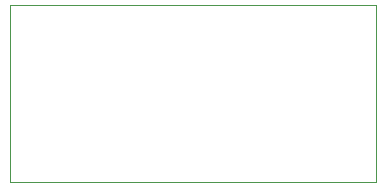
<source format=gbr>
%TF.GenerationSoftware,KiCad,Pcbnew,6.0.7-f9a2dced07~116~ubuntu20.04.1*%
%TF.CreationDate,2022-09-24T19:22:11+02:00*%
%TF.ProjectId,SRRReceiverProgrammerAdaptorBoard,53525252-6563-4656-9976-657250726f67,rev?*%
%TF.SameCoordinates,Original*%
%TF.FileFunction,Profile,NP*%
%FSLAX46Y46*%
G04 Gerber Fmt 4.6, Leading zero omitted, Abs format (unit mm)*
G04 Created by KiCad (PCBNEW 6.0.7-f9a2dced07~116~ubuntu20.04.1) date 2022-09-24 19:22:11*
%MOMM*%
%LPD*%
G01*
G04 APERTURE LIST*
%TA.AperFunction,Profile*%
%ADD10C,0.100000*%
%TD*%
G04 APERTURE END LIST*
D10*
X112000000Y-99000000D02*
X143000000Y-99000000D01*
X143000000Y-99000000D02*
X143000000Y-84000000D01*
X112000000Y-84000000D02*
X112000000Y-99000000D01*
X143000000Y-84000000D02*
X112000000Y-84000000D01*
M02*

</source>
